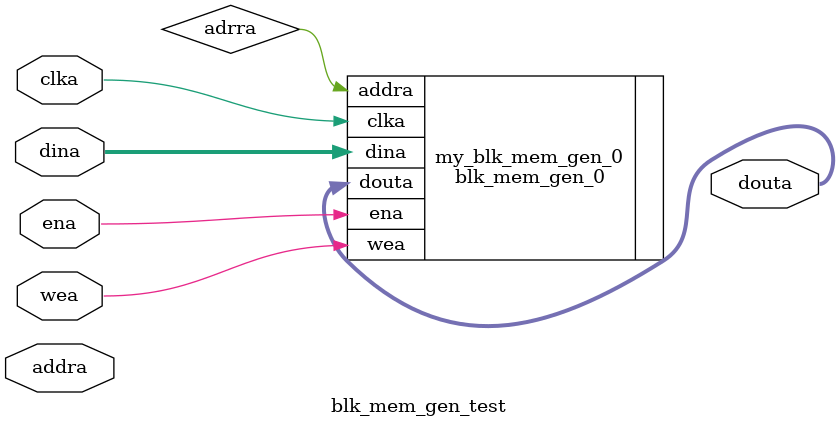
<source format=v>
`timescale 1ns / 1ps


module blk_mem_gen_test(
    input                           clka,
    input       [ 9: 0]             addra,
    input       [31: 0]             dina,
    input                           ena,
    input                           wea,
    output      [31: 0]             douta
);
    blk_mem_gen_0 my_blk_mem_gen_0(
        .clka(clka),
        .addra(adrra),
        .dina(dina),
        .ena(ena),
        .wea(wea),
        .douta(douta)
    );
endmodule

</source>
